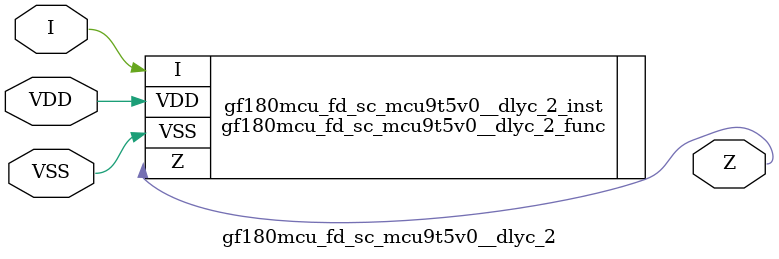
<source format=v>

module gf180mcu_fd_sc_mcu9t5v0__dlyc_2( I, Z, VDD, VSS );
input I;
inout VDD, VSS;
output Z;

   `ifdef FUNCTIONAL  //  functional //

	gf180mcu_fd_sc_mcu9t5v0__dlyc_2_func gf180mcu_fd_sc_mcu9t5v0__dlyc_2_behav_inst(.I(I),.Z(Z),.VDD(VDD),.VSS(VSS));

   `else

	gf180mcu_fd_sc_mcu9t5v0__dlyc_2_func gf180mcu_fd_sc_mcu9t5v0__dlyc_2_inst(.I(I),.Z(Z),.VDD(VDD),.VSS(VSS));

	// spec_gates_begin


	// spec_gates_end



   specify

	// specify_block_begin

	// comb arc I --> Z
	 (I => Z) = (1.0,1.0);

	// specify_block_end

   endspecify

   `endif

endmodule

</source>
